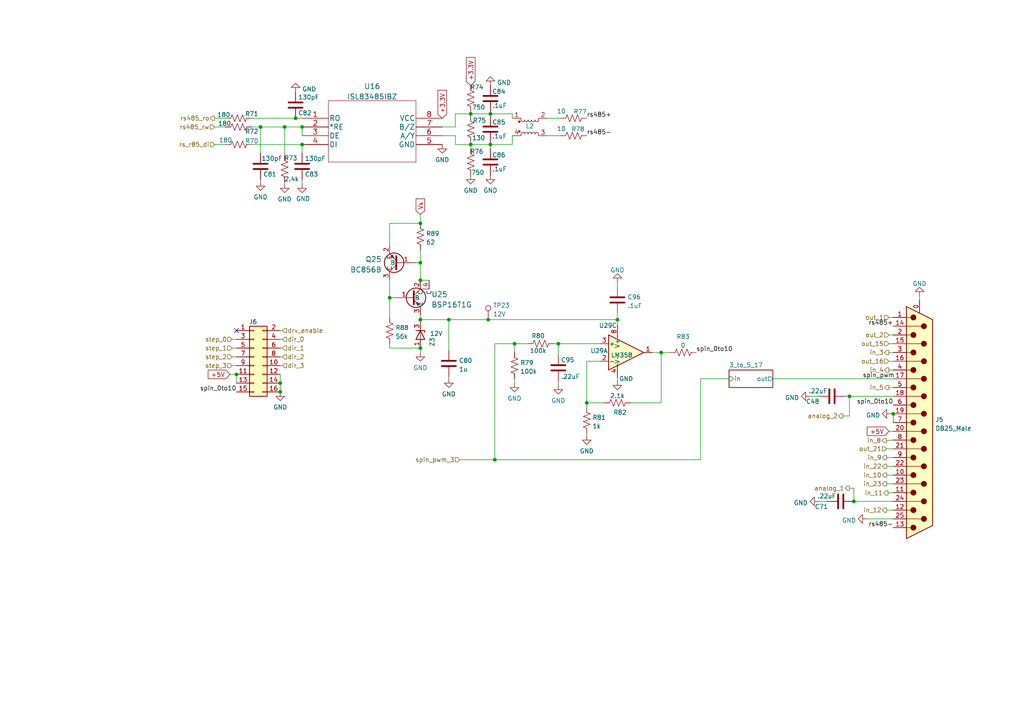
<source format=kicad_sch>
(kicad_sch (version 20211123) (generator eeschema)
  (paper "A4")
  (title_block (title "Peripherals") (company "Buildbotics LLC") (comment 1 "Copyright (c) 2016-2022, Buildbotics LLC") (comment 2 "Licensed under CERN-OHL-S v2 "))
  (lib_symbols
    (symbol "1LibBBCTRL:BC856B" (pin_names (offset 0.254))
      (property "Reference" "Q" (at 3.81 10.414 0))
      (property "Value" "BC856B" (at 9.398 8.128 0))
      (symbol "BC856B_0_1"
        (circle (center -1.27 0) (radius 2.8194) (stroke (width 0.254)))
        (polyline (pts (xy -1.905 0.635) (xy 0 2.54)))
        (polyline (pts (xy -1.905 -0.635) (xy 0 -2.54) (xy 0 -2.54)))
        (polyline (pts (xy -1.905 1.905) (xy -1.905 -1.905) (xy -1.905 -1.905)) (stroke (width 0.508)))
        (polyline (pts (xy -0.254 -1.778) (xy -0.762 -2.286) (xy -1.27 -1.27) (xy -0.254 -1.778) (xy -0.254 -1.778)) (fill (type outline)))
      )
      (symbol "BC856B_1_1"
        (pin input line (at -7.62 0 0) (length 5.715) (name "B") (number "1"))
        (pin passive line (at 0 -5.08 90) (length 2.54) (name "E") (number "2"))
        (pin passive line (at 0 5.08 270) (length 2.54) (name "C") (number "3"))
      )
    )
    (symbol "1LibBBCTRL:BSP16T1G" (pin_names (offset 0.254))
      (property "Reference" "U" (at 7.112 9.906 0))
      (property "Value" "BSP16T1G" (at -0.508 16.51 0))
      (symbol "BSP16T1G_0_1"
        (circle (center -1.27 0) (radius 2.8194) (stroke (width 0.254)))
        (polyline (pts (xy -1.905 0.635) (xy 0 2.54)))
        (polyline (pts (xy 2.54 2.54) (xy 0 2.54)))
        (polyline (pts (xy -1.905 -0.635) (xy 0 -2.54) (xy 0 -2.54)))
        (polyline (pts (xy -1.905 1.905) (xy -1.905 -1.905) (xy -1.905 -1.905)) (stroke (width 0.508)))
        (polyline (pts (xy -0.254 -1.778) (xy -0.762 -2.286) (xy -1.27 -1.27) (xy -0.254 -1.778) (xy -0.254 -1.778)) (fill (type outline)))
      )
      (symbol "BSP16T1G_1_1"
        (pin input line (at -7.62 0 0) (length 5.715) (name "B") (number "1"))
        (pin passive line (at 0 5.08 270) (length 2.54) (name "C") (number "2"))
        (pin passive line (at 0 -5.08 90) (length 2.54) (name "E") (number "3"))
        (pin passive line (at 2.54 5.08 270) (length 2.54) (name "C") (number "4"))
      )
    )
    (symbol "1LibBBCTRL:DB25_Male" (pin_names hide)
      (property "Reference" "J" (at 5.08 35.56 0))
      (property "Value" "DB25_Male" (at 6.35 38.1 0))
      (symbol "DB25_Male_0_1"
        (polyline (pts (xy 3.81 -30.48) (xy 5.08 -30.48)))
        (polyline (pts (xy 3.81 -27.94) (xy 8.128 -27.94)))
        (polyline (pts (xy 3.81 -25.4) (xy 5.08 -25.4)))
        (polyline (pts (xy 3.81 -22.86) (xy 8.128 -22.86)))
        (polyline (pts (xy 3.81 -20.32) (xy 5.08 -20.32)))
        (polyline (pts (xy 3.81 -17.78) (xy 8.128 -17.78)))
        (polyline (pts (xy 3.81 -15.24) (xy 5.08 -15.24)))
        (polyline (pts (xy 3.81 -12.7) (xy 8.128 -12.7)))
        (polyline (pts (xy 3.81 -10.16) (xy 5.08 -10.16)))
        (polyline (pts (xy 3.81 -7.62) (xy 8.128 -7.62)))
        (polyline (pts (xy 3.81 -5.08) (xy 5.08 -5.08)))
        (polyline (pts (xy 3.81 -2.54) (xy 8.128 -2.54)))
        (polyline (pts (xy 3.81 0) (xy 5.08 0)))
        (polyline (pts (xy 3.81 2.54) (xy 8.128 2.54)))
        (polyline (pts (xy 3.81 5.08) (xy 5.08 5.08)))
        (polyline (pts (xy 3.81 7.62) (xy 8.128 7.62)))
        (polyline (pts (xy 3.81 10.16) (xy 5.08 10.16)))
        (polyline (pts (xy 3.81 12.7) (xy 8.128 12.7)))
        (polyline (pts (xy 3.81 15.24) (xy 5.08 15.24)))
        (polyline (pts (xy 3.81 17.78) (xy 8.128 17.78)))
        (polyline (pts (xy 3.81 20.32) (xy 5.08 20.32)))
        (polyline (pts (xy 3.81 22.86) (xy 8.128 22.86)))
        (polyline (pts (xy 3.81 25.4) (xy 5.08 25.4)))
        (polyline (pts (xy 3.81 27.94) (xy 8.128 27.94)))
        (polyline (pts (xy 3.81 30.48) (xy 5.08 30.48)))
        (polyline (pts (xy 3.81 -33.655) (xy 11.43 -29.845) (xy 11.43 29.845) (xy 3.81 33.655) (xy 3.81 -33.655)) (stroke (width 0.254)) (fill (type background)))
        (circle (center 5.842 -30.48) (radius 0.762) (fill (type outline)))
        (circle (center 5.842 -25.4) (radius 0.762) (fill (type outline)))
        (circle (center 5.842 -20.32) (radius 0.762) (fill (type outline)))
        (circle (center 5.842 -15.24) (radius 0.762) (fill (type outline)))
        (circle (center 5.842 -10.16) (radius 0.762) (fill (type outline)))
        (circle (center 5.842 -5.08) (radius 0.762) (fill (type outline)))
        (circle (center 5.842 0) (radius 0.762) (fill (type outline)))
        (circle (center 5.842 5.08) (radius 0.762) (fill (type outline)))
        (circle (center 5.842 10.16) (radius 0.762) (fill (type outline)))
        (circle (center 5.842 15.24) (radius 0.762) (fill (type outline)))
        (circle (center 5.842 20.32) (radius 0.762) (fill (type outline)))
        (circle (center 5.842 25.4) (radius 0.762) (fill (type outline)))
        (circle (center 5.842 30.48) (radius 0.762) (fill (type outline)))
        (circle (center 8.89 -27.94) (radius 0.762) (fill (type outline)))
        (circle (center 8.89 -22.86) (radius 0.762) (fill (type outline)))
        (circle (center 8.89 -17.78) (radius 0.762) (fill (type outline)))
        (circle (center 8.89 -12.7) (radius 0.762) (fill (type outline)))
        (circle (center 8.89 -7.62) (radius 0.762) (fill (type outline)))
        (circle (center 8.89 -2.54) (radius 0.762) (fill (type outline)))
        (circle (center 8.89 2.54) (radius 0.762) (fill (type outline)))
        (circle (center 8.89 7.62) (radius 0.762) (fill (type outline)))
        (circle (center 8.89 12.7) (radius 0.762) (fill (type outline)))
        (circle (center 8.89 17.78) (radius 0.762) (fill (type outline)))
        (circle (center 8.89 22.86) (radius 0.762) (fill (type outline)))
        (circle (center 8.89 27.94) (radius 0.762) (fill (type outline)))
      )
      (symbol "DB25_Male_1_1"
        (pin passive line (at 7.62 -35.56 90) (length 3.81) (name "PAD") (number "0"))
        (pin passive line (at 0 -30.48 0) (length 3.81) (name "1") (number "1"))
        (pin passive line (at 0 15.24 0) (length 3.81) (name "10") (number "10"))
        (pin passive line (at 0 20.32 0) (length 3.81) (name "11") (number "11"))
        (pin passive line (at 0 25.4 0) (length 3.81) (name "12") (number "12"))
        (pin passive line (at 0 30.48 0) (length 3.81) (name "13") (number "13"))
        (pin passive line (at 0 -27.94 0) (length 3.81) (name "P14") (number "14"))
        (pin passive line (at 0 -22.86 0) (length 3.81) (name "P15") (number "15"))
        (pin passive line (at 0 -17.78 0) (length 3.81) (name "P16") (number "16"))
        (pin passive line (at 0 -12.7 0) (length 3.81) (name "P17") (number "17"))
        (pin passive line (at 0 -7.62 0) (length 3.81) (name "P18") (number "18"))
        (pin passive line (at 0 -2.54 0) (length 3.81) (name "P19") (number "19"))
        (pin passive line (at 0 -25.4 0) (length 3.81) (name "2") (number "2"))
        (pin passive line (at 0 2.54 0) (length 3.81) (name "P20") (number "20"))
        (pin passive line (at 0 7.62 0) (length 3.81) (name "P21") (number "21"))
        (pin passive line (at 0 12.7 0) (length 3.81) (name "P22") (number "22"))
        (pin passive line (at 0 17.78 0) (length 3.81) (name "P23") (number "23"))
        (pin passive line (at 0 22.86 0) (length 3.81) (name "P24") (number "24"))
        (pin passive line (at 0 27.94 0) (length 3.81) (name "P25") (number "25"))
        (pin passive line (at 0 -20.32 0) (length 3.81) (name "3") (number "3"))
        (pin passive line (at 0 -15.24 0) (length 3.81) (name "4") (number "4"))
        (pin passive line (at 0 -10.16 0) (length 3.81) (name "5") (number "5"))
        (pin passive line (at 0 -5.08 0) (length 3.81) (name "6") (number "6"))
        (pin passive line (at 0 0 0) (length 3.81) (name "7") (number "7"))
        (pin passive line (at 0 5.08 0) (length 3.81) (name "8") (number "8"))
        (pin passive line (at 0 10.16 0) (length 3.81) (name "9") (number "9"))
      )
    )
    (symbol "1LibBBCTRL:ISL83485IBZ" (pin_names (offset 0.254))
      (property "Reference" "U" (at 20.32 10.16 0))
      (property "Value" "ISL83485IBZ" (at 20.32 7.62 0))
      (symbol "ISL83485IBZ_1_1"
        (polyline (pts (xy 7.62 -12.7) (xy 33.02 -12.7)) (stroke (width 0.127)))
        (polyline (pts (xy 7.62 5.08) (xy 7.62 -12.7)) (stroke (width 0.127)))
        (polyline (pts (xy 33.02 -12.7) (xy 33.02 5.08)) (stroke (width 0.127)))
        (polyline (pts (xy 33.02 5.08) (xy 7.62 5.08)) (stroke (width 0.127)))
        (pin output line (at 0 0 0) (length 7.62) (name "RO") (number "1"))
        (pin output line (at 0 -2.54 0) (length 7.62) (name "*RE") (number "2"))
        (pin passive line (at 0 -5.08 0) (length 7.62) (name "DE") (number "3"))
        (pin input line (at 0 -7.62 0) (length 7.62) (name "DI") (number "4"))
        (pin passive line (at 40.64 -7.62 180) (length 7.62) (name "GND") (number "5"))
        (pin bidirectional line (at 40.64 -5.08 180) (length 7.62) (name "A/Y") (number "6"))
        (pin bidirectional line (at 40.64 -2.54 180) (length 7.62) (name "B/Z") (number "7"))
        (pin power_in line (at 40.64 0 180) (length 7.62) (name "VCC") (number "8"))
      )
    )
    (symbol "1LibBBCTRL:LM358" (pin_names (offset 0.127))
      (property "Reference" "U" (at 0 5.08 0))
      (property "Value" "LM358" (at 0 -5.08 0))
      (symbol "LM358_1_1"
        (polyline (pts (xy -5.08 5.08) (xy 5.08 0) (xy -5.08 -5.08) (xy -5.08 5.08)) (stroke (width 0.254)) (fill (type background)))
        (pin output line (at 7.62 0 180) (length 2.54) (name "~") (number "1"))
        (pin input line (at -7.62 -2.54 0) (length 2.54) (name "-") (number "2"))
        (pin input line (at -7.62 2.54 0) (length 2.54) (name "+") (number "3"))
      )
      (symbol "LM358_2_1"
        (polyline (pts (xy -5.08 5.08) (xy 5.08 0) (xy -5.08 -5.08) (xy -5.08 5.08)) (stroke (width 0.254)) (fill (type background)))
        (pin input line (at -7.62 2.54 0) (length 2.54) (name "+") (number "5"))
        (pin input line (at -7.62 -2.54 0) (length 2.54) (name "-") (number "6"))
        (pin output line (at 7.62 0 180) (length 2.54) (name "~") (number "7"))
      )
      (symbol "LM358_3_1"
        (pin passive line (at -2.54 -7.62 90) (length 3.81) (name "V-") (number "4"))
        (pin passive line (at -2.54 7.62 270) (length 3.81) (name "V+") (number "8"))
      )
    )
    (symbol "1LibBBCTRL:MMBZ5242BLT3G"
      (property "Reference" "Z" (at 2.794 -1.27 0))
      (property "Value" "MMBZ5242BLT3G" (at 0.508 -3.302 0))
      (property "Model" "MMBZ5242BLT3G" (at 0 0 0))
      (symbol "MMBZ5242BLT3G_0_1"
        (polyline (pts (xy 1.27 0) (xy -1.27 0)))
        (polyline (pts (xy -1.27 -1.27) (xy -1.27 1.27) (xy -0.762 1.27)) (stroke (width 0.254)))
        (polyline (pts (xy 1.27 -1.27) (xy 1.27 1.27) (xy -1.27 0) (xy 1.27 -1.27)) (stroke (width 0.254)))
      )
      (symbol "MMBZ5242BLT3G_1_1"
        (pin passive line (at 3.81 0 180) (length 2.54) (name "") (number "1"))
        (pin passive line (at -3.81 0 0) (length 2.54) (name "") (number "3"))
      )
    )
    (symbol "Connector:TestPoint" (pin_numbers hide) (pin_names (offset 0.762) hide)
      (property "Reference" "TP" (at 0 6.858 0))
      (property "Value" "TestPoint" (at 0 5.08 0))
      (symbol "TestPoint_0_1"
        (circle (center 0 3.302) (radius 0.762))
      )
      (symbol "TestPoint_1_1"
        (pin passive line (at 0 0 90) (length 2.54) (name "1") (number "1"))
      )
    )
    (symbol "Connector_Generic:Conn_02x08_Odd_Even" (pin_names (offset 1.016) hide)
      (property "Reference" "J" (at 1.27 10.16 0))
      (property "Value" "Conn_02x08_Odd_Even" (at 1.27 -12.7 0))
      (symbol "Conn_02x08_Odd_Even_1_1"
        (rectangle (start -1.27 -10.033) (end 0 -10.287) (stroke (width 0.1524)))
        (rectangle (start -1.27 -7.493) (end 0 -7.747) (stroke (width 0.1524)))
        (rectangle (start -1.27 -4.953) (end 0 -5.207) (stroke (width 0.1524)))
        (rectangle (start -1.27 -2.413) (end 0 -2.667) (stroke (width 0.1524)))
        (rectangle (start -1.27 0.127) (end 0 -0.127) (stroke (width 0.1524)))
        (rectangle (start -1.27 2.667) (end 0 2.413) (stroke (width 0.1524)))
        (rectangle (start -1.27 5.207) (end 0 4.953) (stroke (width 0.1524)))
        (rectangle (start -1.27 7.747) (end 0 7.493) (stroke (width 0.1524)))
        (rectangle (start -1.27 8.89) (end 3.81 -11.43) (stroke (width 0.254)) (fill (type background)))
        (rectangle (start 3.81 -10.033) (end 2.54 -10.287) (stroke (width 0.1524)))
        (rectangle (start 3.81 -7.493) (end 2.54 -7.747) (stroke (width 0.1524)))
        (rectangle (start 3.81 -4.953) (end 2.54 -5.207) (stroke (width 0.1524)))
        (rectangle (start 3.81 -2.413) (end 2.54 -2.667) (stroke (width 0.1524)))
        (rectangle (start 3.81 0.127) (end 2.54 -0.127) (stroke (width 0.1524)))
        (rectangle (start 3.81 2.667) (end 2.54 2.413) (stroke (width 0.1524)))
        (rectangle (start 3.81 5.207) (end 2.54 4.953) (stroke (width 0.1524)))
        (rectangle (start 3.81 7.747) (end 2.54 7.493) (stroke (width 0.1524)))
        (pin passive line (at -5.08 7.62 0) (length 3.81) (name "Pin_1") (number "1"))
        (pin passive line (at 7.62 -2.54 180) (length 3.81) (name "Pin_10") (number "10"))
        (pin passive line (at -5.08 -5.08 0) (length 3.81) (name "Pin_11") (number "11"))
        (pin passive line (at 7.62 -5.08 180) (length 3.81) (name "Pin_12") (number "12"))
        (pin passive line (at -5.08 -7.62 0) (length 3.81) (name "Pin_13") (number "13"))
        (pin passive line (at 7.62 -7.62 180) (length 3.81) (name "Pin_14") (number "14"))
        (pin passive line (at -5.08 -10.16 0) (length 3.81) (name "Pin_15") (number "15"))
        (pin passive line (at 7.62 -10.16 180) (length 3.81) (name "Pin_16") (number "16"))
        (pin passive line (at 7.62 7.62 180) (length 3.81) (name "Pin_2") (number "2"))
        (pin passive line (at -5.08 5.08 0) (length 3.81) (name "Pin_3") (number "3"))
        (pin passive line (at 7.62 5.08 180) (length 3.81) (name "Pin_4") (number "4"))
        (pin passive line (at -5.08 2.54 0) (length 3.81) (name "Pin_5") (number "5"))
        (pin passive line (at 7.62 2.54 180) (length 3.81) (name "Pin_6") (number "6"))
        (pin passive line (at -5.08 0 0) (length 3.81) (name "Pin_7") (number "7"))
        (pin passive line (at 7.62 0 180) (length 3.81) (name "Pin_8") (number "8"))
        (pin passive line (at -5.08 -2.54 0) (length 3.81) (name "Pin_9") (number "9"))
      )
    )
    (symbol "Device:C" (pin_numbers hide) (pin_names (offset 0.254))
      (property "Reference" "C" (at 0.635 2.54 0))
      (property "Value" "C" (at 0.635 -2.54 0))
      (symbol "C_0_1"
        (polyline (pts (xy -2.032 -0.762) (xy 2.032 -0.762)) (stroke (width 0.508)))
        (polyline (pts (xy -2.032 0.762) (xy 2.032 0.762)) (stroke (width 0.508)))
      )
      (symbol "C_1_1"
        (pin passive line (at 0 3.81 270) (length 2.794) (name "~") (number "1"))
        (pin passive line (at 0 -3.81 90) (length 2.794) (name "~") (number "2"))
      )
    )
    (symbol "Device:L_Coupled_1243" (pin_names (offset 0.254) hide)
      (property "Reference" "L" (at 0 4.445 0))
      (property "Value" "L_Coupled_1243" (at 0 -4.445 0))
      (symbol "L_Coupled_1243_0_1"
        (circle (center -3.048 -1.27) (radius 0.254) (fill (type outline)))
        (circle (center -3.048 1.524) (radius 0.254) (fill (type outline)))
        (arc (start -2.54 2.032) (mid -2.032 1.524) (end -1.524 2.032))
        (arc (start -1.524 -2.032) (mid -2.032 -1.524) (end -2.54 -2.032))
        (arc (start -1.524 2.032) (mid -1.016 1.524) (end -0.508 2.032))
        (arc (start -0.508 -2.032) (mid -1.016 -1.524) (end -1.524 -2.032))
        (arc (start -0.508 2.032) (mid 0 1.524) (end 0.508 2.032))
        (polyline (pts (xy -2.54 -2.032) (xy -2.54 -2.54)))
        (polyline (pts (xy -2.54 2.032) (xy -2.54 2.54)))
        (polyline (pts (xy 2.54 -2.032) (xy 2.54 -2.54)))
        (polyline (pts (xy 2.54 2.54) (xy 2.54 2.032)))
        (arc (start 0.508 -2.032) (mid 0 -1.524) (end -0.508 -2.032))
        (arc (start 0.508 2.032) (mid 1.016 1.524) (end 1.524 2.032))
        (arc (start 1.524 -2.032) (mid 1.016 -1.524) (end 0.508 -2.032))
        (arc (start 1.524 2.032) (mid 2.032 1.524) (end 2.54 2.032))
        (arc (start 2.54 -2.032) (mid 2.032 -1.524) (end 1.524 -2.032))
      )
      (symbol "L_Coupled_1243_1_1"
        (pin passive line (at -5.08 2.54 0) (length 2.54) (name "1") (number "1"))
        (pin passive line (at 5.08 2.54 180) (length 2.54) (name "2") (number "2"))
        (pin passive line (at 5.08 -2.54 180) (length 2.54) (name "3") (number "3"))
        (pin passive line (at -5.08 -2.54 0) (length 2.54) (name "4") (number "4"))
      )
    )
    (symbol "Device:R_US" (pin_numbers hide) (pin_names (offset 0))
      (property "Reference" "R" (at 2.54 0 90))
      (property "Value" "R_US" (at -2.54 0 90))
      (symbol "R_US_0_1"
        (polyline (pts (xy 0 -2.286) (xy 0 -2.54)))
        (polyline (pts (xy 0 2.286) (xy 0 2.54)))
        (polyline (pts (xy 0 -0.762) (xy 1.016 -1.143) (xy 0 -1.524) (xy -1.016 -1.905) (xy 0 -2.286)))
        (polyline (pts (xy 0 0.762) (xy 1.016 0.381) (xy 0 0) (xy -1.016 -0.381) (xy 0 -0.762)))
        (polyline (pts (xy 0 2.286) (xy 1.016 1.905) (xy 0 1.524) (xy -1.016 1.143) (xy 0 0.762)))
      )
      (symbol "R_US_1_1"
        (pin passive line (at 0 3.81 270) (length 1.27) (name "~") (number "1"))
        (pin passive line (at 0 -3.81 90) (length 1.27) (name "~") (number "2"))
      )
    )
    (symbol "power:GND" (power) (pin_names (offset 0))
      (property "Value" "GND" (at 0 -3.81 0))
      (symbol "GND_0_1"
        (polyline (pts (xy 0 0) (xy 0 -1.27) (xy 1.27 -1.27) (xy 0 -2.54) (xy -1.27 -1.27) (xy 0 -1.27)))
      )
      (symbol "GND_1_1"
        (pin power_in line (at 0 0 270) (length 0) hide (name "GND") (number "1"))
      )
    )
  )
  (junction (at 121.92 81.28))
  (junction (at 121.92 76.2))
  (junction (at 113.03 86.36))
  (junction (at 121.92 64.77))
  (junction (at 87.63 36.83))
  (junction (at 121.92 92.71))
  (junction (at 149.225 99.695))
  (junction (at 191.77 102.235))
  (junction (at 130.175 92.71))
  (junction (at 142.24 41.91))
  (junction (at 143.51 133.35))
  (junction (at 85.725 34.29))
  (junction (at 68.58 108.585))
  (junction (at 81.28 111.125))
  (junction (at 161.925 99.695))
  (junction (at 141.605 92.71))
  (junction (at 142.24 33.02))
  (junction (at 87.63 41.91))
  (junction (at 136.525 41.91))
  (junction (at 82.55 36.83))
  (junction (at 75.565 36.83))
  (junction (at 247.65 145.415))
  (junction (at 179.07 92.71))
  (junction (at 246.38 114.935))
  (junction (at 170.18 116.84))
  (junction (at 121.92 100.965))
  (junction (at 81.28 113.665))
  (junction (at 136.525 33.02))
  (junction (at 259.08 120.015))
  (no_connect (at 68.58 95.885))
  (wire (pts (xy 142.24 33.02) (xy 142.24 33.655)))
  (wire (pts (xy 266.7 86.995) (xy 266.7 85.852)))
  (wire (pts (xy 258.445 120.015) (xy 259.08 120.015)))
  (wire (pts (xy 136.525 32.385) (xy 136.525 33.02)))
  (wire (pts (xy 136.525 41.91) (xy 142.24 41.91)))
  (wire (pts (xy 66.675 108.585) (xy 68.58 108.585)))
  (wire (pts (xy 247.65 145.415) (xy 247.65 141.605)))
  (wire (pts (xy 170.18 125.73) (xy 170.18 126.365)))
  (wire (pts (xy 121.92 62.23) (xy 121.92 64.77)))
  (wire (pts (xy 87.63 41.91) (xy 87.63 44.45)))
  (wire (pts (xy 170.18 116.84) (xy 170.18 118.11)))
  (wire (pts (xy 67.31 100.965) (xy 68.58 100.965)))
  (wire (pts (xy 121.92 91.44) (xy 121.92 92.71)))
  (wire (pts (xy 81.915 103.505) (xy 81.28 103.505)))
  (wire (pts (xy 257.81 112.395) (xy 259.08 112.395)))
  (wire (pts (xy 67.31 98.425) (xy 68.58 98.425)))
  (wire (pts (xy 179.07 92.71) (xy 179.07 94.234)))
  (wire (pts (xy 179.07 81.915) (xy 179.07 83.185)))
  (wire (pts (xy 160.655 99.695) (xy 161.925 99.695)))
  (wire (pts (xy 148.59 33.02) (xy 148.59 34.29)))
  (wire (pts (xy 121.92 81.28) (xy 124.46 81.28)))
  (wire (pts (xy 132.08 41.91) (xy 136.525 41.91)))
  (wire (pts (xy 257.81 107.315) (xy 259.08 107.315)))
  (wire (pts (xy 130.175 92.71) (xy 121.92 92.71)))
  (wire (pts (xy 113.03 86.36) (xy 113.03 92.075)))
  (wire (pts (xy 247.65 145.415) (xy 259.08 145.415)))
  (wire (pts (xy 121.92 76.2) (xy 120.65 76.2)))
  (wire (pts (xy 142.24 41.91) (xy 148.59 41.91)))
  (wire (pts (xy 121.92 76.2) (xy 121.92 81.28)))
  (wire (pts (xy 143.51 99.695) (xy 149.225 99.695)))
  (wire (pts (xy 161.925 99.695) (xy 161.925 102.87)))
  (wire (pts (xy 128.27 39.37) (xy 132.08 39.37)))
  (wire (pts (xy 81.28 111.125) (xy 81.28 113.665)))
  (wire (pts (xy 130.175 109.855) (xy 130.175 109.22)))
  (wire (pts (xy 245.11 114.935) (xy 246.38 114.935)))
  (wire (pts (xy 257.556 143.002) (xy 259.08 142.875)))
  (wire (pts (xy 87.63 36.83) (xy 87.63 39.37)))
  (wire (pts (xy 121.92 100.965) (xy 121.92 102.235)))
  (wire (pts (xy 142.24 32.385) (xy 142.24 33.02)))
  (wire (pts (xy 257.175 130.175) (xy 259.08 130.175)))
  (wire (pts (xy 246.38 114.935) (xy 259.08 114.935)))
  (wire (pts (xy 158.75 39.37) (xy 162.56 39.37)))
  (wire (pts (xy 191.77 102.235) (xy 194.31 102.235)))
  (wire (pts (xy 257.175 147.955) (xy 259.08 147.955)))
  (wire (pts (xy 82.55 53.34) (xy 82.55 52.705)))
  (wire (pts (xy 73.025 36.83) (xy 75.565 36.83)))
  (wire (pts (xy 179.07 90.805) (xy 179.07 92.71)))
  (wire (pts (xy 87.63 53.34) (xy 87.63 52.07)))
  (wire (pts (xy 257.175 140.335) (xy 259.08 140.335)))
  (wire (pts (xy 170.18 116.84) (xy 170.18 104.775)))
  (wire (pts (xy 62.23 34.29) (xy 65.405 34.29)))
  (wire (pts (xy 113.03 100.965) (xy 121.92 100.965)))
  (wire (pts (xy 142.24 41.91) (xy 142.24 43.18)))
  (wire (pts (xy 128.27 36.83) (xy 132.08 36.83)))
  (wire (pts (xy 141.605 92.71) (xy 179.07 92.71)))
  (wire (pts (xy 132.08 39.37) (xy 132.08 41.91)))
  (wire (pts (xy 67.31 103.505) (xy 68.58 103.505)))
  (wire (pts (xy 130.175 101.6) (xy 130.175 92.71)))
  (wire (pts (xy 259.08 120.015) (xy 259.08 122.555)))
  (wire (pts (xy 121.92 92.71) (xy 121.92 93.345)))
  (wire (pts (xy 257.81 97.155) (xy 259.08 97.155)))
  (wire (pts (xy 136.525 33.02) (xy 136.525 33.655)))
  (wire (pts (xy 149.225 111.125) (xy 149.225 109.855)))
  (wire (pts (xy 189.23 102.235) (xy 191.77 102.235)))
  (wire (pts (xy 161.925 111.76) (xy 161.925 110.49)))
  (wire (pts (xy 179.07 110.49) (xy 179.07 109.474)))
  (wire (pts (xy 149.225 99.695) (xy 153.035 99.695)))
  (wire (pts (xy 175.26 116.84) (xy 170.18 116.84)))
  (wire (pts (xy 81.28 108.585) (xy 81.28 111.125)))
  (wire (pts (xy 257.81 104.775) (xy 259.08 104.775)))
  (wire (pts (xy 224.155 109.855) (xy 259.08 109.855)))
  (wire (pts (xy 182.88 116.84) (xy 191.77 116.84)))
  (wire (pts (xy 257.81 102.235) (xy 259.08 102.235)))
  (wire (pts (xy 67.31 106.045) (xy 68.58 106.045)))
  (wire (pts (xy 247.65 141.605) (xy 246.38 141.605)))
  (wire (pts (xy 149.225 99.695) (xy 149.225 102.235)))
  (wire (pts (xy 234.95 114.935) (xy 237.49 114.935)))
  (wire (pts (xy 158.75 34.29) (xy 162.56 34.29)))
  (wire (pts (xy 121.92 64.77) (xy 113.03 64.77)))
  (wire (pts (xy 257.175 132.715) (xy 259.08 132.715)))
  (wire (pts (xy 62.23 36.83) (xy 65.405 36.83)))
  (wire (pts (xy 191.77 102.235) (xy 191.77 116.84)))
  (wire (pts (xy 130.175 92.71) (xy 141.605 92.71)))
  (wire (pts (xy 132.08 36.83) (xy 132.08 33.02)))
  (wire (pts (xy 211.455 109.855) (xy 203.2 109.855)))
  (wire (pts (xy 81.915 98.425) (xy 81.28 98.425)))
  (wire (pts (xy 257.175 137.795) (xy 259.08 137.795)))
  (wire (pts (xy 82.55 36.83) (xy 87.63 36.83)))
  (wire (pts (xy 257.81 99.695) (xy 259.08 99.695)))
  (wire (pts (xy 142.24 41.275) (xy 142.24 41.91)))
  (wire (pts (xy 85.725 34.29) (xy 87.63 34.29)))
  (wire (pts (xy 75.565 36.83) (xy 75.565 44.45)))
  (wire (pts (xy 68.58 108.585) (xy 68.58 111.125)))
  (wire (pts (xy 82.55 36.83) (xy 82.55 45.085)))
  (wire (pts (xy 170.18 104.775) (xy 173.99 104.775)))
  (wire (pts (xy 136.525 41.91) (xy 136.525 43.18)))
  (wire (pts (xy 75.565 36.83) (xy 82.55 36.83)))
  (wire (pts (xy 257.048 127.762) (xy 259.08 127.635)))
  (wire (pts (xy 136.525 41.275) (xy 136.525 41.91)))
  (wire (pts (xy 132.08 33.02) (xy 136.525 33.02)))
  (wire (pts (xy 113.03 81.28) (xy 113.03 86.36)))
  (wire (pts (xy 62.23 41.91) (xy 65.405 41.91)))
  (wire (pts (xy 143.51 133.35) (xy 143.51 99.695)))
  (wire (pts (xy 161.925 99.695) (xy 173.99 99.695)))
  (wire (pts (xy 75.565 52.705) (xy 75.565 52.07)))
  (wire (pts (xy 133.35 133.35) (xy 143.51 133.35)))
  (wire (pts (xy 143.51 133.35) (xy 203.2 133.35)))
  (wire (pts (xy 203.2 109.855) (xy 203.2 133.35)))
  (wire (pts (xy 113.03 86.36) (xy 114.3 86.36)))
  (wire (pts (xy 73.025 41.91) (xy 87.63 41.91)))
  (wire (pts (xy 257.175 135.255) (xy 259.08 135.255)))
  (wire (pts (xy 246.38 120.65) (xy 246.38 114.935)))
  (wire (pts (xy 237.49 145.415) (xy 240.03 145.415)))
  (wire (pts (xy 244.475 120.65) (xy 246.38 120.65)))
  (wire (pts (xy 251.46 150.495) (xy 259.08 150.495)))
  (wire (pts (xy 148.59 41.91) (xy 148.59 39.37)))
  (wire (pts (xy 142.24 33.02) (xy 148.59 33.02)))
  (wire (pts (xy 121.92 72.39) (xy 121.92 76.2)))
  (wire (pts (xy 81.915 95.885) (xy 81.28 95.885)))
  (wire (pts (xy 257.81 92.075) (xy 259.08 92.075)))
  (wire (pts (xy 257.81 125.095) (xy 259.08 125.095)))
  (wire (pts (xy 113.03 64.77) (xy 113.03 71.12)))
  (wire (pts (xy 81.915 100.965) (xy 81.28 100.965)))
  (wire (pts (xy 136.525 33.02) (xy 142.24 33.02)))
  (wire (pts (xy 113.03 99.695) (xy 113.03 100.965)))
  (wire (pts (xy 73.025 34.29) (xy 85.725 34.29)))
  (wire (pts (xy 81.915 106.045) (xy 81.28 106.045)))
  (label "rs485-" (at 259.08 153.035 180))
  (label "rs485-" (at 170.18 39.37 0))
  (label "spin_pwm" (at 250.19 109.855 0))
  (label "spin_0to10" (at 68.58 113.665 180))
  (label "spin_0to10" (at 201.93 102.235 0))
  (label "spin_0to10" (at 259.08 117.475 180))
  (label "rs485+" (at 259.08 94.615 180))
  (label "rs485+" (at 170.18 34.29 0))
  (global_label "+3.3V" (shape input) (at 136.525 24.765 90) (property "Intersheet References" "${INTERSHEET_REFS}" (effects hide)))
  (global_label "+5V" (shape input) (at 257.81 125.095 180) (property "Intersheet References" "${INTERSHEET_REFS}" (effects hide)))
  (global_label "+5V" (shape input) (at 66.675 108.585 180) (property "Intersheet References" "${INTERSHEET_REFS}" (effects hide)))
  (global_label "Vs" (shape input) (at 121.92 62.23 90) (property "Intersheet References" "${INTERSHEET_REFS}" (effects hide)))
  (global_label "+3.3V" (shape input) (at 128.27 34.29 90) (property "Intersheet References" "${INTERSHEET_REFS}" (effects hide)))
  (hierarchical_label "spin_pwm_3" (shape input) (at 133.35 133.35 180))
  (hierarchical_label "in_23" (shape output) (at 257.175 140.335 180))
  (hierarchical_label "in_8" (shape output) (at 257.048 127.762 180))
  (hierarchical_label "in_9" (shape output) (at 257.175 132.715 180))
  (hierarchical_label "step_1" (shape input) (at 67.31 100.965 180))
  (hierarchical_label "step_3" (shape input) (at 67.31 106.045 180))
  (hierarchical_label "dir_2" (shape input) (at 81.915 103.505 0))
  (hierarchical_label "out_1" (shape input) (at 257.81 92.075 180))
  (hierarchical_label "in_5" (shape output) (at 257.81 112.395 180))
  (hierarchical_label "dir_0" (shape input) (at 81.915 98.425 0))
  (hierarchical_label "dir_3" (shape input) (at 81.915 106.045 0))
  (hierarchical_label "out_15" (shape input) (at 257.81 99.695 180))
  (hierarchical_label "step_2" (shape input) (at 67.31 103.505 180))
  (hierarchical_label "analog_2" (shape output) (at 244.475 120.65 180))
  (hierarchical_label "out_21" (shape input) (at 257.175 130.175 180))
  (hierarchical_label "in_10" (shape output) (at 257.175 137.795 180))
  (hierarchical_label "out_2" (shape input) (at 257.81 97.155 180))
  (hierarchical_label "rs485_rw" (shape input) (at 62.23 36.83 180))
  (hierarchical_label "rs485_ro" (shape output) (at 62.23 34.29 180))
  (hierarchical_label "out_16" (shape input) (at 257.81 104.775 180))
  (hierarchical_label "analog_1" (shape output) (at 246.38 141.605 180))
  (hierarchical_label "in_3" (shape output) (at 257.81 102.235 180))
  (hierarchical_label "drv_enable" (shape input) (at 81.915 95.885 0))
  (hierarchical_label "in_11" (shape output) (at 257.556 143.002 180))
  (hierarchical_label "rs_r85_di" (shape input) (at 62.23 41.91 180))
  (hierarchical_label "dir_1" (shape input) (at 81.915 100.965 0))
  (hierarchical_label "in_12" (shape output) (at 257.175 147.955 180))
  (hierarchical_label "in_4" (shape output) (at 257.81 107.315 180))
  (hierarchical_label "step_0" (shape input) (at 67.31 98.425 180))
  (hierarchical_label "in_22" (shape output) (at 257.175 135.255 180))
  (symbol (lib_id "1LibBBCTRL:LM358") (at 181.61 101.854 0) (unit 3)
    (property "Reference" "U29" (at 173.6852 94.4118 0) (effects (justify left)))
    (property "Value" "LM358" (effects hide))
    (property "Datasheet" "http://www.ti.com/lit/ds/symlink/lm2904-n.pdf" (effects hide))
    (property "Model" "LM358" (effects hide))
  )
  (symbol (lib_id "Device:R_US") (at 121.92 68.58 0) (unit 1)
    (property "Reference" "R89" (at 123.571 67.7453 0) (effects (justify left)))
    (property "Value" "62" (at 123.571 70.2822 0) (effects (justify left)))
    (property "Footprint" "Resistor_SMD:R_0805_2012Metric_Pad1.20x1.40mm_HandSolder" (effects hide))
    (property "Datasheet" "https://www.seielect.com/Catalog/SEI-RMCF_RMCP.pdf" (effects hide))
    (property "Model" "RMCF0805FT62R0" (effects hide))
  )
  (symbol (lib_id "Device:R_US") (at 156.845 99.695 90) (unit 1)
    (property "Reference" "R80" (at 156.083 97.409 90))
    (property "Value" "100k" (at 156.083 101.727 90))
    (property "Footprint" "Resistor_SMD:R_0805_2012Metric_Pad1.20x1.40mm_HandSolder" (effects hide))
    (property "Model" "RC0805FR-07100KL" (effects hide))
  )
  (symbol (lib_id "Device:R_US") (at 166.37 39.37 90) (unit 1)
    (property "Reference" "R78" (at 167.64 37.465 90))
    (property "Value" "10" (at 162.814 37.338 90))
    (property "Footprint" "Resistor_SMD:R_0805_2012Metric_Pad1.20x1.40mm_HandSolder" (effects hide))
    (property "Model" "RC0805FR-0710RL" (effects hide))
  )
  (symbol (lib_id "power:GND") (at 161.925 111.76 0) (unit 1)
    (property "Reference" "#PWR0217" (effects hide))
    (property "Value" "GND" (at 161.925 116.2034 0))
  )
  (symbol (lib_id "power:GND") (at 85.725 26.67 180) (unit 1)
    (property "Reference" "#PWR0197" (effects hide))
    (property "Value" "GND" (at 87.63 25.8338 0) (effects (justify right)))
  )
  (symbol (lib_id "power:GND") (at 258.445 120.015 270) (unit 1)
    (property "Reference" "#PWR0205" (effects hide))
    (property "Value" "GND" (at 255.2701 120.4488 90) (effects (justify right)))
  )
  (symbol (lib_id "Connector:TestPoint") (at 141.605 92.71 0) (unit 1)
    (property "Reference" "TP23" (at 143.002 88.5733 0) (effects (justify left)))
    (property "Value" "12V" (at 143.002 91.1102 0) (effects (justify left)))
    (property "Footprint" "Connector_PinHeader_2.54mm:PinHeader_1x01_P2.54mm_Vertical" (effects hide))
  )
  (symbol (lib_id "power:GND") (at 251.46 150.495 270) (unit 1)
    (property "Reference" "#PWR0204" (effects hide))
    (property "Value" "GND" (at 248.2851 150.9288 90) (effects (justify right)))
  )
  (symbol (lib_id "power:GND") (at 128.27 41.91 0) (unit 1)
    (property "Reference" "#PWR0193" (effects hide))
    (property "Value" "GND" (at 128.27 46.3534 0))
  )
  (symbol (lib_id "Device:C") (at 243.84 145.415 90) (unit 1)
    (property "Reference" "C71" (at 238.252 146.939 90))
    (property "Value" ".22uF" (at 239.776 143.891 90))
    (property "Footprint" "Capacitor_SMD:C_0805_2012Metric_Pad1.18x1.45mm_HandSolder" (effects hide))
    (property "Model" "CC0805KRX7R8BB224" (effects hide))
  )
  (symbol (lib_id "Device:R_US") (at 179.07 116.84 90) (unit 1)
    (property "Reference" "R82" (at 179.832 119.634 90))
    (property "Value" "2.1k" (at 179.07 114.7881 90))
    (property "Footprint" "Resistor_SMD:R_0805_2012Metric_Pad1.20x1.40mm_HandSolder" (effects hide))
    (property "Model" "RC0805FR-072K1L" (effects hide))
  )
  (symbol (lib_id "1LibBBCTRL:LM358") (at 181.61 102.235 0) (unit 1)
    (property "Reference" "U29" (at 173.7614 101.7524 0))
    (property "Value" "LM358" (at 180.34 102.997 0))
    (property "Datasheet" "http://www.ti.com/lit/ds/symlink/lm2904-n.pdf" (effects hide))
    (property "Model" "LM358" (effects hide))
  )
  (symbol (lib_id "Device:R_US") (at 69.215 34.29 90) (unit 1)
    (property "Reference" "R71" (at 73.025 33.02 90))
    (property "Value" "180" (at 64.897 33.274 90))
    (property "Footprint" "Resistor_SMD:R_0805_2012Metric_Pad1.20x1.40mm_HandSolder" (effects hide))
    (property "Model" "RMCF0805JT180R" (effects hide))
  )
  (symbol (lib_id "power:GND") (at 87.63 53.34 0) (unit 1)
    (property "Reference" "#PWR0195" (effects hide))
    (property "Value" "GND" (at 87.884 57.658 0))
  )
  (symbol (lib_id "Device:R_US") (at 166.37 34.29 90) (unit 1)
    (property "Reference" "R77" (at 168.275 32.385 90))
    (property "Value" "10" (at 162.814 32.258 90))
    (property "Footprint" "Resistor_SMD:R_0805_2012Metric_Pad1.20x1.40mm_HandSolder" (effects hide))
    (property "Model" "RC0805FR-0710RL" (effects hide))
  )
  (symbol (lib_id "Device:R_US") (at 136.525 28.575 180) (unit 1)
    (property "Reference" "R74" (at 138.303 25.273 0))
    (property "Value" "750" (at 138.811 31.115 0))
    (property "Footprint" "Resistor_SMD:R_0805_2012Metric_Pad1.20x1.40mm_HandSolder" (effects hide))
    (property "Model" "RMCF0805JT750" (effects hide))
  )
  (symbol (lib_id "power:GND") (at 237.49 145.415 270) (unit 1)
    (property "Reference" "#PWR0188" (effects hide))
    (property "Value" "GND" (at 234.3151 145.8488 90) (effects (justify right)))
  )
  (symbol (lib_id "1LibBBCTRL:BC856B") (at 113.03 76.2 180) (unit 1)
    (property "Reference" "Q25" (at 110.7186 75.2238 0) (effects (font (size 1.524 1.524)) (justify left)))
    (property "Value" "BC856B" (at 110.7186 78.2172 0) (effects (font (size 1.524 1.524)) (justify left)))
    (property "Footprint" "Project_Footprints_Library:BC856B_215" (effects hide))
    (property "Datasheet" "https://datasheet.octopart.com/BC856B%2C215-Nexperia-datasheet-8507722.pdf" (effects hide))
    (property "Model" "BC856B_215" (effects hide))
  )
  (symbol (lib_id "Connector_Generic:Conn_02x08_Odd_Even") (at 73.66 103.505 0) (unit 1)
    (property "Reference" "J6" (at 73.406 93.345 0))
    (property "Value" "Conn_02x08_Odd_Even" (effects hide))
    (property "Footprint" "Connector_PinHeader_2.54mm:PinHeader_2x08_P2.54mm_Vertical" (effects hide))
    (property "Model" "M20-9980846" (effects hide))
  )
  (symbol (lib_id "power:GND") (at 121.92 102.235 0) (unit 1)
    (property "Reference" "#PWR01" (effects hide))
    (property "Value" "GND" (at 121.92 106.6784 0))
  )
  (symbol (lib_id "Device:R_US") (at 69.215 41.91 90) (unit 1)
    (property "Reference" "R70" (at 73.025 40.894 90))
    (property "Value" "180" (at 65.405 40.64 90))
    (property "Footprint" "Resistor_SMD:R_0805_2012Metric_Pad1.20x1.40mm_HandSolder" (effects hide))
    (property "Model" "RMCF0805JT180R" (effects hide))
  )
  (symbol (lib_id "Device:L_Coupled_1243") (at 153.67 36.83 0) (unit 1)
    (property "Reference" "L2" (at 153.67 36.576 0))
    (property "Value" "L_Coupled_1243" (effects hide))
    (property "Footprint" "Project_Footprints_Library:SRF2012-121YA" (effects hide))
    (property "Model" "SRF2012A-121YA" (effects hide))
  )
  (symbol (lib_id "power:GND") (at 179.07 81.915 180) (unit 1)
    (property "Reference" "#PWR0216" (effects hide))
    (property "Value" "GND" (at 179.07 78.3392 0))
  )
  (symbol (lib_id "Device:R_US") (at 69.215 36.83 90) (unit 1)
    (property "Reference" "R72" (at 73.025 38.1 90))
    (property "Value" "180" (at 65.151 35.814 90))
    (property "Footprint" "Resistor_SMD:R_0805_2012Metric_Pad1.20x1.40mm_HandSolder" (effects hide))
    (property "Model" "RMCF0805JT180R" (effects hide))
  )
  (symbol (lib_id "power:GND") (at 149.225 111.125 0) (unit 1)
    (property "Reference" "#PWR0219" (effects hide))
    (property "Value" "GND" (at 149.225 115.5684 0))
  )
  (symbol (lib_id "Device:C") (at 241.3 114.935 90) (unit 1)
    (property "Reference" "C48" (at 235.712 116.459 90))
    (property "Value" ".22uF" (at 237.236 113.411 90))
    (property "Footprint" "Capacitor_SMD:C_0805_2012Metric_Pad1.18x1.45mm_HandSolder" (effects hide))
    (property "Model" "CC0805KRX7R8BB224" (effects hide))
  )
  (symbol (lib_id "power:GND") (at 130.175 109.855 0) (unit 1)
    (property "Reference" "#PWR04" (effects hide))
    (property "Value" "GND" (at 130.175 114.2984 0))
  )
  (symbol (lib_id "Device:R_US") (at 136.525 46.99 180) (unit 1)
    (property "Reference" "R76" (at 138.303 43.942 0))
    (property "Value" "750" (at 138.557 50.038 0))
    (property "Footprint" "Resistor_SMD:R_0805_2012Metric_Pad1.20x1.40mm_HandSolder" (effects hide))
    (property "Model" "RMCF0805JT750" (effects hide))
  )
  (symbol (lib_id "Device:C") (at 75.565 48.26 0) (unit 1)
    (property "Reference" "C81" (at 76.327 50.546 0) (effects (justify left)))
    (property "Value" "130pF" (at 75.819 45.974 0) (effects (justify left)))
    (property "Footprint" "Capacitor_SMD:C_0805_2012Metric_Pad1.18x1.45mm_HandSolder" (effects hide))
    (property "Model" "08055A131JAT2A" (effects hide))
  )
  (symbol (lib_id "power:GND") (at 136.525 50.8 0) (unit 1)
    (property "Reference" "#PWR0192" (effects hide))
    (property "Value" "GND" (at 136.525 55.2434 0))
  )
  (symbol (lib_id "1LibBBCTRL:BSP16T1G") (at 121.92 86.36 0) (unit 1)
    (property "Reference" "U25" (at 125.095 85.3838 0) (effects (font (size 1.524 1.524)) (justify left)))
    (property "Value" "BSP16T1G" (at 125.095 88.3772 0) (effects (font (size 1.524 1.524)) (justify left)))
    (property "Footprint" "Project_Footprints_Library:BSP16T1G" (effects hide))
    (property "Datasheet" "https://www.onsemi.com/pdf/datasheet/bsp16t1-d.pdf" (effects hide))
    (property "Model" "BSP16T1G" (effects hide))
  )
  (symbol (lib_id "Device:C") (at 130.175 105.41 0) (unit 1)
    (property "Reference" "C80" (at 133.096 104.5753 0) (effects (justify left)))
    (property "Value" "1u" (at 133.096 107.1122 0) (effects (justify left)))
    (property "Footprint" "Capacitor_SMD:C_0805_2012Metric_Pad1.18x1.45mm_HandSolder" (effects hide))
    (property "Datasheet" "https://media.digikey.com/pdf/Data%20Sheets/Samsung%20PDFs/CL21B105KBFNNNE_Spec.pdf" (effects hide))
    (property "Model" "CL21B105KBFNNNE" (effects hide))
  )
  (symbol (lib_id "1LibBBCTRL:ISL83485IBZ") (at 87.63 34.29 0) (unit 1)
    (property "Reference" "U16" (at 107.95 25.0624 0) (effects (font (size 1.524 1.524))))
    (property "Value" "ISL83485IBZ" (at 107.95 28.0558 0) (effects (font (size 1.524 1.524))))
    (property "Footprint" "Project_Footprints_Library:ISL83485IBZ" (effects hide))
    (property "Datasheet" "https://datasheet.octopart.com/ISL83485IBZ-Renesas-datasheet-130008839.pdf" (effects hide))
    (property "Model" "ISL83485IBZ" (effects hide))
  )
  (symbol (lib_id "Device:R_US") (at 113.03 95.885 0) (unit 1)
    (property "Reference" "R88" (at 114.681 95.0503 0) (effects (justify left)))
    (property "Value" "56k" (at 114.681 97.5872 0) (effects (justify left)))
    (property "Footprint" "Resistor_SMD:R_0805_2012Metric_Pad1.20x1.40mm_HandSolder" (effects hide))
    (property "Datasheet" "https://www.seielect.com/Catalog/SEI-RMCF_RMCP.pdf" (effects hide))
    (property "Model" "RMCF0805FT56K0" (effects hide))
  )
  (symbol (lib_id "Device:C") (at 179.07 86.995 180) (unit 1)
    (property "Reference" "C96" (at 181.991 86.1603 0) (effects (justify right)))
    (property "Value" ".1uF" (at 181.991 88.6972 0) (effects (justify right)))
    (property "Footprint" "Capacitor_SMD:C_0805_2012Metric_Pad1.18x1.45mm_HandSolder" (effects hide))
    (property "Model" "C0805C104M5RACTU" (effects hide))
  )
  (symbol (lib_id "Device:R_US") (at 198.12 102.235 90) (unit 1)
    (property "Reference" "R83" (at 198.12 97.6462 90))
    (property "Value" "0" (at 198.12 100.1831 90))
    (property "Footprint" "Resistor_SMD:R_0805_2012Metric_Pad1.20x1.40mm_HandSolder" (effects hide))
    (property "Model" "RC0805JR-070RL" (effects hide))
  )
  (symbol (lib_id "power:GND") (at 82.55 53.34 0) (unit 1)
    (property "Reference" "#PWR0196" (effects hide))
    (property "Value" "GND" (at 82.55 57.7834 0))
  )
  (symbol (lib_id "Device:R_US") (at 82.55 48.895 180) (unit 1)
    (property "Reference" "R73" (at 84.328 45.847 0))
    (property "Value" "2.4k" (at 84.582 51.943 0))
    (property "Footprint" "Resistor_SMD:R_0805_2012Metric_Pad1.20x1.40mm_HandSolder" (effects hide))
    (property "Model" "RC0805JR-072K4L" (effects hide))
  )
  (symbol (lib_id "Device:C") (at 87.63 48.26 0) (unit 1)
    (property "Reference" "C83" (at 88.392 50.546 0) (effects (justify left)))
    (property "Value" "130pF" (at 88.392 45.974 0) (effects (justify left)))
    (property "Footprint" "Capacitor_SMD:C_0805_2012Metric_Pad1.18x1.45mm_HandSolder" (effects hide))
    (property "Model" "08055A131JAT2A" (effects hide))
  )
  (symbol (lib_id "Device:C") (at 85.725 30.48 0) (unit 1)
    (property "Reference" "C82" (at 86.487 32.766 0) (effects (justify left)))
    (property "Value" "130pF" (at 86.487 28.194 0) (effects (justify left)))
    (property "Footprint" "Capacitor_SMD:C_0805_2012Metric_Pad1.18x1.45mm_HandSolder" (effects hide))
    (property "Model" "08055A131JAT2A" (effects hide))
  )
  (symbol (lib_id "power:GND") (at 81.28 113.665 0) (unit 1)
    (property "Reference" "#PWR0145" (effects hide))
    (property "Value" "GND" (at 81.28 118.1084 0))
  )
  (symbol (lib_id "Device:R_US") (at 149.225 106.045 180) (unit 1)
    (property "Reference" "R79" (at 150.876 105.2103 0) (effects (justify right)))
    (property "Value" "100k" (at 150.876 107.7472 0) (effects (justify right)))
    (property "Footprint" "Resistor_SMD:R_0805_2012Metric_Pad1.20x1.40mm_HandSolder" (effects hide))
    (property "Model" "RC0805FR-07100KL" (effects hide))
  )
  (symbol (lib_id "1LibBBCTRL:DB25_Male") (at 259.08 122.555 0) (mirror x) (unit 1)
    (property "Reference" "J5" (at 271.272 121.7203 0) (effects (justify left)))
    (property "Value" "DB25_Male" (at 271.272 124.2572 0) (effects (justify left)))
    (property "Footprint" "Project_Footprints_Library:182025113R161" (effects hide))
    (property "Datasheet" "https://content.norcomp.net/rohspdfs/Connectors/18Y/182/182-yyy-113Ryy1.pdf" (effects hide))
    (property "Model" "182-025-113R161" (effects hide))
  )
  (symbol (lib_id "Device:C") (at 142.24 46.99 0) (unit 1)
    (property "Reference" "C86" (at 142.748 44.958 0) (effects (justify left)))
    (property "Value" ".1uF" (at 142.748 49.022 0) (effects (justify left)))
    (property "Footprint" "Capacitor_SMD:C_0805_2012Metric_Pad1.18x1.45mm_HandSolder" (effects hide))
    (property "Model" "C0805C104M5RACTU" (effects hide))
  )
  (symbol (lib_id "power:GND") (at 266.7 85.852 180) (unit 1)
    (property "Reference" "#PWR0146" (effects hide))
    (property "Value" "GND" (at 266.7 82.2762 0))
  )
  (symbol (lib_id "power:GND") (at 142.24 24.765 180) (unit 1)
    (property "Reference" "#PWR0190" (effects hide))
    (property "Value" "GND" (at 144.145 23.9288 0) (effects (justify right)))
  )
  (symbol (lib_id "Device:R_US") (at 136.525 37.465 180) (unit 1)
    (property "Reference" "R75" (at 139.065 34.925 0))
    (property "Value" "130" (at 138.811 40.005 0))
    (property "Footprint" "Resistor_SMD:R_0805_2012Metric_Pad1.20x1.40mm_HandSolder" (effects hide))
    (property "Model" "RC0805JR-07130RL" (effects hide))
  )
  (symbol (lib_id "power:GND") (at 179.07 110.49 0) (unit 1)
    (property "Reference" "#PWR0218" (effects hide))
    (property "Value" "GND" (at 181.61 109.855 0))
  )
  (symbol (lib_id "Device:C") (at 142.24 28.575 0) (unit 1)
    (property "Reference" "C84" (at 142.748 26.543 0) (effects (justify left)))
    (property "Value" ".1uF" (at 142.748 30.607 0) (effects (justify left)))
    (property "Footprint" "Capacitor_SMD:C_0805_2012Metric_Pad1.18x1.45mm_HandSolder" (effects hide))
    (property "Model" "C0805C104M5RACTU" (effects hide))
  )
  (symbol (lib_id "1LibBBCTRL:MMBZ5242BLT3G") (at 121.92 97.155 270) (unit 1)
    (property "Reference" "Z3" (at 125.349 99.187 0))
    (property "Value" "12V" (at 126.54 96.735 90))
    (property "Footprint" "Package_TO_SOT_SMD:SOT-23" (effects hide))
    (property "Datasheet" "https://www.onsemi.com/pdf/datasheet/mmbz5221blt1-d.pdf" (effects hide))
    (property "Model" "MMBZ5242BLT3G" (effects hide))
  )
  (symbol (lib_id "power:GND") (at 142.24 50.8 0) (unit 1)
    (property "Reference" "#PWR0191" (effects hide))
    (property "Value" "GND" (at 142.24 55.2434 0))
  )
  (symbol (lib_id "power:GND") (at 234.95 114.935 270) (unit 1)
    (property "Reference" "#PWR0189" (effects hide))
    (property "Value" "GND" (at 231.7751 115.3688 90) (effects (justify right)))
  )
  (symbol (lib_id "Device:C") (at 161.925 106.68 0) (unit 1)
    (property "Reference" "C95" (at 162.687 104.394 0) (effects (justify left)))
    (property "Value" ".22uF" (at 162.687 109.22 0) (effects (justify left)))
    (property "Footprint" "Capacitor_SMD:C_0805_2012Metric_Pad1.18x1.45mm_HandSolder" (effects hide))
    (property "Model" "CC0805KRX7R8BB224" (effects hide))
  )
  (symbol (lib_id "Device:R_US") (at 170.18 121.92 180) (unit 1)
    (property "Reference" "R81" (at 171.831 121.0853 0) (effects (justify right)))
    (property "Value" "1k" (at 171.831 123.6222 0) (effects (justify right)))
    (property "Footprint" "Resistor_SMD:R_0805_2012Metric_Pad1.20x1.40mm_HandSolder" (effects hide))
    (property "Model" "RC0805FR-071KL" (effects hide))
  )
  (symbol (lib_id "power:GND") (at 170.18 126.365 0) (unit 1)
    (property "Reference" "#PWR0229" (effects hide))
    (property "Value" "GND" (at 170.18 130.8084 0))
  )
  (symbol (lib_id "Device:C") (at 142.24 37.465 0) (unit 1)
    (property "Reference" "C85" (at 142.748 35.433 0) (effects (justify left)))
    (property "Value" ".1uF" (at 142.748 39.497 0) (effects (justify left)))
    (property "Footprint" "Capacitor_SMD:C_0805_2012Metric_Pad1.18x1.45mm_HandSolder" (effects hide))
    (property "Model" "C0805C104M5RACTU" (effects hide))
  )
  (symbol (lib_id "power:GND") (at 75.565 52.705 0) (unit 1)
    (property "Reference" "#PWR0194" (effects hide))
    (property "Value" "GND" (at 75.565 57.1484 0))
  )
  (sheet (at 211.455 107.315) (size 12.7 5.08) (stroke (width 0.1524))
    (property "Sheet name" "3_to_5_17" (at 211.455 106.6034 0) (effects (justify left bottom)))
    (property "Sheet file" "level_shifter.kicad_sch" (effects hide))
    (pin "in" input (at 211.455 109.855 180))
    (pin "out" output (at 224.155 109.855 0))
  )
)
</source>
